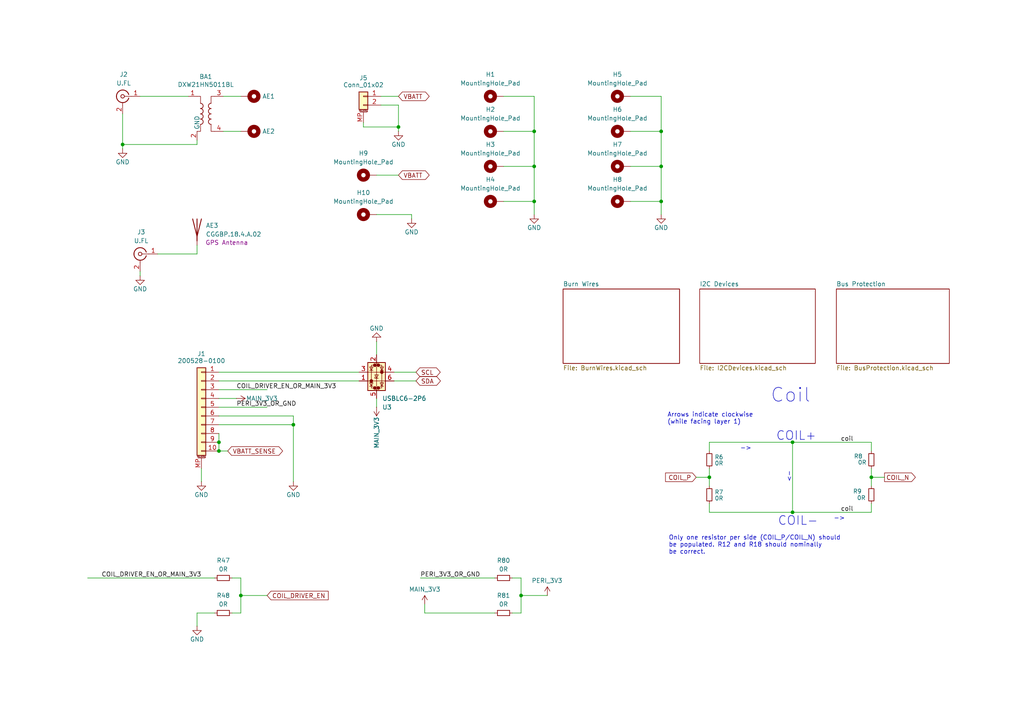
<source format=kicad_sch>
(kicad_sch (version 20231120) (generator "eeschema") (generator_version "8.0")
  (paper "A4")
  (lib_symbols
    (symbol "Argus-Passives:ATB2012"
      (property "Reference" "U" (at 0 10.795 0))
      (property "Value" "ATB2012" (at 0 8.4836 0))
      (symbol "ATB2012_1_1"
        (arc (start -1.524 -3.048) (mid -0.7653 -2.286) (end -1.524 -1.524) (stroke (width 0.2032)))
        (arc (start -1.524 -1.524) (mid -0.7653 -0.762) (end -1.524 0) (stroke (width 0.2032)))
        (arc (start -1.524 0) (mid -0.7653 0.762) (end -1.524 1.524) (stroke (width 0.2032)))
        (arc (start -1.524 1.524) (mid -0.7653 2.286) (end -1.524 3.048) (stroke (width 0.2032)))
        (polyline (pts (xy -2.54 5.08) (xy -1.524 5.08) (xy -1.524 3.048)) (stroke (width 0.1524)))
        (polyline (pts (xy -1.524 -3.048) (xy -1.524 -5.08) (xy -2.54 -5.08)) (stroke (width 0.1524)))
        (polyline (pts (xy 1.524 3.048) (xy 1.524 5.08) (xy 2.54 5.08)) (stroke (width 0.1524)))
        (polyline (pts (xy 2.54 -5.08) (xy 1.524 -5.08) (xy 1.524 -3.048)) (stroke (width 0.1524)))
        (arc (start 1.524 -1.524) (mid 0.7653 -2.286) (end 1.524 -3.048) (stroke (width 0.2032)))
        (arc (start 1.524 0) (mid 0.7653 -0.762) (end 1.524 -1.524) (stroke (width 0.2032)))
        (arc (start 1.524 1.524) (mid 0.7653 0.762) (end 1.524 0) (stroke (width 0.2032)))
        (arc (start 1.524 3.048) (mid 0.7653 2.286) (end 1.524 1.524) (stroke (width 0.2032)))
        (pin passive line (at -5.08 5.08 0) (length 2.54) (name "~") (number "1"))
        (pin power_in line (at -2.54 -7.62 90) (length 2.54) (name "GND") (number "2"))
        (pin passive line (at 5.08 5.08 180) (length 2.54) (name "~") (number "3"))
        (pin passive line (at 5.08 -5.08 180) (length 2.54) (name "~") (number "4"))
      )
    )
    (symbol "Argus-Passives:Antenna" (pin_numbers hide) (pin_names (offset 1.016) hide)
      (property "Reference" "AE" (at -1.905 1.905 0))
      (property "Value" "Antenna" (at -1.905 0 0))
      (symbol "Antenna_0_1"
        (polyline (pts (xy 0 2.54) (xy 0 -3.81)) (stroke (width 0.254)))
        (polyline (pts (xy 1.27 2.54) (xy 0 -2.54) (xy -1.27 2.54)) (stroke (width 0.254)))
      )
      (symbol "Antenna_1_1"
        (pin input line (at 0 -5.08 90) (length 2.54) (name "A") (number "1"))
      )
    )
    (symbol "Connector:Conn_Coaxial" (pin_names (offset 1.016) hide)
      (property "Reference" "J" (at 0.254 3.048 0))
      (property "Value" "Conn_Coaxial" (at 2.921 0 90))
      (symbol "Conn_Coaxial_0_1"
        (arc (start -1.778 -0.508) (mid 0.2311 -1.8066) (end 1.778 0) (stroke (width 0.254)))
        (polyline (pts (xy -2.54 0) (xy -0.508 0)))
        (polyline (pts (xy 0 -2.54) (xy 0 -1.778)))
        (circle (center 0 0) (radius 0.508) (stroke (width 0.2032)))
        (arc (start 1.778 0) (mid 0.2099 1.8101) (end -1.778 0.508) (stroke (width 0.254)))
      )
      (symbol "Conn_Coaxial_1_1"
        (pin passive line (at -5.08 0 0) (length 2.54) (name "In") (number "1"))
        (pin passive line (at 0 -5.08 90) (length 2.54) (name "Ext") (number "2"))
      )
    )
    (symbol "Connector_Generic_MountingPin:Conn_01x02_MountingPin" (pin_names (offset 1.016) hide)
      (property "Reference" "J" (at 0 2.54 0))
      (property "Value" "Conn_01x02_MountingPin" (at 1.27 -5.08 0))
      (symbol "Conn_01x02_MountingPin_1_1"
        (rectangle (start -1.27 -2.413) (end 0 -2.667) (stroke (width 0.1524)))
        (rectangle (start -1.27 0.127) (end 0 -0.127) (stroke (width 0.1524)))
        (rectangle (start -1.27 1.27) (end 1.27 -3.81) (stroke (width 0.254)) (fill (type background)))
        (polyline (pts (xy -1.016 -4.572) (xy 1.016 -4.572)) (stroke (width 0.1524)))
        (text "Mounting" (at 0 -4.191 0) (effects (font (size 0.381 0.381))))
        (pin passive line (at -5.08 0 0) (length 3.81) (name "Pin_1") (number "1"))
        (pin passive line (at -5.08 -2.54 0) (length 3.81) (name "Pin_2") (number "2"))
        (pin passive line (at 0 -7.62 90) (length 3.048) (name "MountPin") (number "MP"))
      )
    )
    (symbol "Connector_Generic_MountingPin:Conn_01x10_MountingPin" (pin_names (offset 1.016) hide)
      (property "Reference" "J" (at 0 12.7 0))
      (property "Value" "Conn_01x10_MountingPin" (at 1.27 -15.24 0))
      (symbol "Conn_01x10_MountingPin_1_1"
        (rectangle (start -1.27 -12.573) (end 0 -12.827) (stroke (width 0.1524)))
        (rectangle (start -1.27 -10.033) (end 0 -10.287) (stroke (width 0.1524)))
        (rectangle (start -1.27 -7.493) (end 0 -7.747) (stroke (width 0.1524)))
        (rectangle (start -1.27 -4.953) (end 0 -5.207) (stroke (width 0.1524)))
        (rectangle (start -1.27 -2.413) (end 0 -2.667) (stroke (width 0.1524)))
        (rectangle (start -1.27 0.127) (end 0 -0.127) (stroke (width 0.1524)))
        (rectangle (start -1.27 2.667) (end 0 2.413) (stroke (width 0.1524)))
        (rectangle (start -1.27 5.207) (end 0 4.953) (stroke (width 0.1524)))
        (rectangle (start -1.27 7.747) (end 0 7.493) (stroke (width 0.1524)))
        (rectangle (start -1.27 10.287) (end 0 10.033) (stroke (width 0.1524)))
        (rectangle (start -1.27 11.43) (end 1.27 -13.97) (stroke (width 0.254)) (fill (type background)))
        (polyline (pts (xy -1.016 -14.732) (xy 1.016 -14.732)) (stroke (width 0.1524)))
        (text "Mounting" (at 0 -14.351 0) (effects (font (size 0.381 0.381))))
        (pin passive line (at -5.08 10.16 0) (length 3.81) (name "Pin_1") (number "1"))
        (pin passive line (at -5.08 -12.7 0) (length 3.81) (name "Pin_10") (number "10"))
        (pin passive line (at -5.08 7.62 0) (length 3.81) (name "Pin_2") (number "2"))
        (pin passive line (at -5.08 5.08 0) (length 3.81) (name "Pin_3") (number "3"))
        (pin passive line (at -5.08 2.54 0) (length 3.81) (name "Pin_4") (number "4"))
        (pin passive line (at -5.08 0 0) (length 3.81) (name "Pin_5") (number "5"))
        (pin passive line (at -5.08 -2.54 0) (length 3.81) (name "Pin_6") (number "6"))
        (pin passive line (at -5.08 -5.08 0) (length 3.81) (name "Pin_7") (number "7"))
        (pin passive line (at -5.08 -7.62 0) (length 3.81) (name "Pin_8") (number "8"))
        (pin passive line (at -5.08 -10.16 0) (length 3.81) (name "Pin_9") (number "9"))
        (pin passive line (at 0 -17.78 90) (length 3.048) (name "MountPin") (number "MP"))
      )
    )
    (symbol "Device:R_Small" (pin_numbers hide) (pin_names (offset 0.254) hide)
      (property "Reference" "R" (at 0.762 0.508 0))
      (property "Value" "R_Small" (at 0.762 -1.016 0))
      (symbol "R_Small_0_1"
        (rectangle (start -0.762 1.778) (end 0.762 -1.778) (stroke (width 0.2032)))
      )
      (symbol "R_Small_1_1"
        (pin passive line (at 0 2.54 270) (length 0.762) (name "~") (number "1"))
        (pin passive line (at 0 -2.54 90) (length 0.762) (name "~") (number "2"))
      )
    )
    (symbol "Mechanical:MountingHole_Pad" (pin_numbers hide) (pin_names (offset 1.016) hide) (exclude_from_sim yes) (in_bom no)
      (property "Reference" "H" (at 0 6.35 0))
      (property "Value" "MountingHole_Pad" (at 0 4.445 0))
      (symbol "MountingHole_Pad_0_1"
        (circle (center 0 1.27) (radius 1.27) (stroke (width 1.27)))
      )
      (symbol "MountingHole_Pad_1_1"
        (pin input line (at 0 -2.54 90) (length 2.54) (name "1") (number "1"))
      )
    )
    (symbol "Power_Protection:USBLC6-2P6" (pin_names hide)
      (property "Reference" "U" (at 0.635 5.715 0))
      (property "Value" "USBLC6-2P6" (at 0.635 3.81 0))
      (symbol "USBLC6-2P6_0_0"
        (circle (center -1.524 0) (radius 0.0001) (stroke (width 0.508)))
        (circle (center -0.508 -4.572) (radius 0.0001) (stroke (width 0.508)))
        (circle (center -0.508 2.032) (radius 0.0001) (stroke (width 0.508)))
        (circle (center 0.508 -4.572) (radius 0.0001) (stroke (width 0.508)))
        (circle (center 0.508 2.032) (radius 0.0001) (stroke (width 0.508)))
        (circle (center 1.524 -2.54) (radius 0.0001) (stroke (width 0.508)))
      )
      (symbol "USBLC6-2P6_0_1"
        (polyline (pts (xy -2.54 -2.54) (xy 2.54 -2.54)))
        (polyline (pts (xy -2.54 0) (xy 2.54 0)))
        (polyline (pts (xy -2.032 -3.048) (xy -1.016 -3.048)))
        (polyline (pts (xy -1.016 1.524) (xy -2.032 1.524)))
        (polyline (pts (xy 1.016 -3.048) (xy 2.032 -3.048)))
        (polyline (pts (xy 1.016 1.524) (xy 2.032 1.524)))
        (polyline (pts (xy -0.508 -1.143) (xy -0.508 -0.762) (xy 0.508 -0.762)))
        (polyline (pts (xy -2.032 0.508) (xy -1.016 0.508) (xy -1.524 1.524) (xy -2.032 0.508)))
        (polyline (pts (xy -1.016 -4.064) (xy -2.032 -4.064) (xy -1.524 -3.048) (xy -1.016 -4.064)))
        (polyline (pts (xy 0.508 -1.778) (xy -0.508 -1.778) (xy 0 -0.762) (xy 0.508 -1.778)))
        (polyline (pts (xy 2.032 -4.064) (xy 1.016 -4.064) (xy 1.524 -3.048) (xy 2.032 -4.064)))
        (polyline (pts (xy 2.032 0.508) (xy 1.016 0.508) (xy 1.524 1.524) (xy 2.032 0.508)))
        (polyline (pts (xy 0 2.54) (xy -0.508 2.032) (xy 0.508 2.032) (xy 0 1.524) (xy 0 -4.064) (xy -0.508 -4.572) (xy 0.508 -4.572) (xy 0 -5.08)))
      )
      (symbol "USBLC6-2P6_1_1"
        (rectangle (start -2.54 2.794) (end 2.54 -5.334) (stroke (width 0.254)) (fill (type background)))
        (polyline (pts (xy -0.508 2.032) (xy -1.524 2.032) (xy -1.524 -4.572) (xy -0.508 -4.572)))
        (polyline (pts (xy 0.508 -4.572) (xy 1.524 -4.572) (xy 1.524 2.032) (xy 0.508 2.032)))
        (pin passive line (at -5.08 0 0) (length 2.54) (name "I/O1") (number "1"))
        (pin passive line (at 0 -7.62 90) (length 2.54) (name "GND") (number "2"))
        (pin passive line (at -5.08 -2.54 0) (length 2.54) (name "I/O2") (number "3"))
        (pin passive line (at 5.08 -2.54 180) (length 2.54) (name "I/O2") (number "4"))
        (pin passive line (at 0 5.08 270) (length 2.54) (name "VBUS") (number "5"))
        (pin passive line (at 5.08 0 180) (length 2.54) (name "I/O1") (number "6"))
      )
    )
    (symbol "power:+3.3V" (power) (pin_numbers hide) (pin_names (offset 0) hide)
      (property "Value" "+3.3V" (at 0 3.556 0))
      (symbol "+3.3V_0_1"
        (polyline (pts (xy -0.762 1.27) (xy 0 2.54)))
        (polyline (pts (xy 0 0) (xy 0 2.54)))
        (polyline (pts (xy 0 2.54) (xy 0.762 1.27)))
      )
      (symbol "+3.3V_1_1"
        (pin power_in line (at 0 0 90) (length 0) (name "~") (number "1"))
      )
    )
    (symbol "power:GND" (power) (pin_numbers hide) (pin_names (offset 0) hide)
      (property "Value" "GND" (at 0 -3.81 0))
      (symbol "GND_0_1"
        (polyline (pts (xy 0 0) (xy 0 -1.27) (xy 1.27 -1.27) (xy 0 -2.54) (xy -1.27 -1.27) (xy 0 -1.27)))
      )
      (symbol "GND_1_1"
        (pin power_in line (at 0 0 270) (length 0) (name "~") (number "1"))
      )
    )
  )
  (junction (at 191.77 58.42))
  (junction (at 85.09 123.19))
  (junction (at 229.87 128.27))
  (junction (at 63.5 130.81))
  (junction (at 252.73 138.43))
  (junction (at 115.57 36.83))
  (junction (at 154.94 58.42))
  (junction (at 35.56 41.91))
  (junction (at 191.77 38.1))
  (junction (at 151.13 172.72))
  (junction (at 229.87 148.59))
  (junction (at 63.5 128.27))
  (junction (at 154.94 48.26))
  (junction (at 191.77 48.26))
  (junction (at 69.85 172.72))
  (junction (at 154.94 38.1))
  (junction (at 205.74 138.43))
  (wire (pts (xy 154.94 27.94) (xy 146.05 27.94)))
  (wire (pts (xy 63.5 130.81) (xy 66.04 130.81)))
  (wire (pts (xy 115.57 36.83) (xy 115.57 38.1)))
  (wire (pts (xy 148.59 167.64) (xy 151.13 167.64)))
  (wire (pts (xy 63.5 128.27) (xy 63.5 130.81)))
  (wire (pts (xy 105.41 35.56) (xy 105.41 36.83)))
  (wire (pts (xy 119.38 62.23) (xy 119.38 63.5)))
  (wire (pts (xy 191.77 58.42) (xy 191.77 62.23)))
  (wire (pts (xy 25.4 167.64) (xy 62.23 167.64)))
  (wire (pts (xy 110.49 30.48) (xy 115.57 30.48)))
  (wire (pts (xy 146.05 48.26) (xy 154.94 48.26)))
  (wire (pts (xy 62.23 177.8) (xy 57.15 177.8)))
  (wire (pts (xy 115.57 50.8) (xy 109.22 50.8)))
  (wire (pts (xy 154.94 58.42) (xy 154.94 62.23)))
  (wire (pts (xy 182.88 38.1) (xy 191.77 38.1)))
  (wire (pts (xy 151.13 172.72) (xy 151.13 177.8)))
  (wire (pts (xy 57.15 73.66) (xy 57.15 71.12)))
  (wire (pts (xy 229.87 148.59) (xy 252.73 148.59)))
  (wire (pts (xy 85.09 120.65) (xy 85.09 123.19)))
  (wire (pts (xy 252.73 128.27) (xy 252.73 130.81)))
  (wire (pts (xy 191.77 48.26) (xy 191.77 38.1)))
  (wire (pts (xy 69.85 172.72) (xy 77.47 172.72)))
  (wire (pts (xy 229.87 128.27) (xy 252.73 128.27)))
  (wire (pts (xy 40.64 27.94) (xy 54.61 27.94)))
  (wire (pts (xy 151.13 167.64) (xy 151.13 172.72)))
  (wire (pts (xy 105.41 36.83) (xy 115.57 36.83)))
  (wire (pts (xy 123.19 177.8) (xy 143.51 177.8)))
  (wire (pts (xy 121.92 167.64) (xy 143.51 167.64)))
  (wire (pts (xy 40.64 78.74) (xy 40.64 80.01)))
  (wire (pts (xy 205.74 128.27) (xy 205.74 130.81)))
  (wire (pts (xy 109.22 62.23) (xy 119.38 62.23)))
  (wire (pts (xy 67.31 167.64) (xy 69.85 167.64)))
  (wire (pts (xy 63.5 120.65) (xy 85.09 120.65)))
  (wire (pts (xy 45.72 73.66) (xy 57.15 73.66)))
  (wire (pts (xy 109.22 118.11) (xy 109.22 115.57)))
  (wire (pts (xy 69.85 172.72) (xy 69.85 177.8)))
  (wire (pts (xy 114.3 107.95) (xy 120.65 107.95)))
  (wire (pts (xy 182.88 48.26) (xy 191.77 48.26)))
  (wire (pts (xy 146.05 38.1) (xy 154.94 38.1)))
  (wire (pts (xy 35.56 33.02) (xy 35.56 41.91)))
  (wire (pts (xy 115.57 30.48) (xy 115.57 36.83)))
  (wire (pts (xy 154.94 48.26) (xy 154.94 38.1)))
  (wire (pts (xy 205.74 135.89) (xy 205.74 138.43)))
  (wire (pts (xy 205.74 146.05) (xy 205.74 148.59)))
  (wire (pts (xy 256.54 138.43) (xy 252.73 138.43)))
  (wire (pts (xy 252.73 135.89) (xy 252.73 138.43)))
  (wire (pts (xy 205.74 148.59) (xy 229.87 148.59)))
  (wire (pts (xy 151.13 172.72) (xy 158.75 172.72)))
  (wire (pts (xy 123.19 175.26) (xy 123.19 177.8)))
  (wire (pts (xy 63.5 118.11) (xy 77.47 118.11)))
  (wire (pts (xy 252.73 138.43) (xy 252.73 140.97)))
  (wire (pts (xy 151.13 177.8) (xy 148.59 177.8)))
  (wire (pts (xy 68.58 115.57) (xy 63.5 115.57)))
  (wire (pts (xy 69.85 177.8) (xy 67.31 177.8)))
  (wire (pts (xy 201.93 138.43) (xy 205.74 138.43)))
  (wire (pts (xy 205.74 138.43) (xy 205.74 140.97)))
  (wire (pts (xy 57.15 41.91) (xy 57.15 40.64)))
  (wire (pts (xy 85.09 139.7) (xy 85.09 123.19)))
  (wire (pts (xy 205.74 128.27) (xy 229.87 128.27)))
  (wire (pts (xy 35.56 41.91) (xy 57.15 41.91)))
  (wire (pts (xy 57.15 177.8) (xy 57.15 181.61)))
  (wire (pts (xy 191.77 38.1) (xy 191.77 27.94)))
  (wire (pts (xy 252.73 146.05) (xy 252.73 148.59)))
  (wire (pts (xy 63.5 110.49) (xy 104.14 110.49)))
  (wire (pts (xy 191.77 58.42) (xy 191.77 48.26)))
  (wire (pts (xy 58.42 139.7) (xy 58.42 135.89)))
  (wire (pts (xy 63.5 123.19) (xy 85.09 123.19)))
  (wire (pts (xy 114.3 110.49) (xy 120.65 110.49)))
  (wire (pts (xy 69.85 167.64) (xy 69.85 172.72)))
  (wire (pts (xy 63.5 125.73) (xy 63.5 128.27)))
  (wire (pts (xy 191.77 27.94) (xy 182.88 27.94)))
  (wire (pts (xy 63.5 107.95) (xy 104.14 107.95)))
  (wire (pts (xy 64.77 38.1) (xy 69.85 38.1)))
  (wire (pts (xy 109.22 102.87) (xy 109.22 99.06)))
  (wire (pts (xy 154.94 58.42) (xy 154.94 48.26)))
  (wire (pts (xy 182.88 58.42) (xy 191.77 58.42)))
  (wire (pts (xy 64.77 27.94) (xy 69.85 27.94)))
  (wire (pts (xy 229.87 128.27) (xy 229.87 148.59)))
  (wire (pts (xy 63.5 113.03) (xy 77.47 113.03)))
  (wire (pts (xy 154.94 38.1) (xy 154.94 27.94)))
  (wire (pts (xy 146.05 58.42) (xy 154.94 58.42)))
  (wire (pts (xy 35.56 41.91) (xy 35.56 43.18)))
  (wire (pts (xy 110.49 27.94) (xy 115.57 27.94)))
  (text "->" (at 245.11 151.13 0) (effects (font (size 1.27 1.27)) (justify right bottom)))
  (text "COIL+" (at 225.044 128.016 0) (effects (font (size 2.54 2.54)) (justify left bottom)))
  (text "Arrows indicate clockwise\n(while facing layer 1)" (at 193.548 123.19 0) (effects (font (size 1.27 1.27)) (justify left bottom)))
  (text "Coil" (at 223.393 117.094 0) (effects (font (size 4 4)) (justify left bottom)))
  (text "Only one resistor per side (COIL_P/COIL_N) should \nbe populated. R12 and R18 should nominally \nbe correct." (at 193.929 160.909 0) (effects (font (size 1.27 1.27)) (justify left bottom)))
  (text "COIL-" (at 225.552 152.654 0) (effects (font (size 2.54 2.54)) (justify left bottom)))
  (text "<-" (at 229.616 139.954 90) (effects (font (size 1.27 1.27)) (justify left bottom)))
  (text "->" (at 214.63 130.81 0) (effects (font (size 1.27 1.27)) (justify left bottom)))
  (label "COIL_DRIVER_EN_OR_MAIN_3V3" (at 58.42 167.64 180))
  (label "PERI_3V3_OR_GND" (at 68.58 118.11 0))
  (label "coil" (at 243.84 128.27 0))
  (label "PERI_3V3_OR_GND" (at 121.92 167.64 0))
  (label "COIL_DRIVER_EN_OR_MAIN_3V3" (at 68.58 113.03 0))
  (label "coil" (at 243.84 148.59 0))
  (global_label "COIL_P" (shape input) (at 201.93 138.43 180) (property "Intersheetrefs" "${INTERSHEET_REFS}" (effects (hide yes))))
  (global_label "VBATT_SENSE" (shape bidirectional) (at 66.04 130.81 0) (property "Intersheetrefs" "${INTERSHEET_REFS}" (effects (hide yes))))
  (global_label "VBATT" (shape bidirectional) (at 115.57 50.8 0) (property "Intersheetrefs" "${INTERSHEET_REFS}" (effects (hide yes))))
  (global_label "COIL_DRIVER_EN" (shape input) (at 77.47 172.72 0) (property "Intersheetrefs" "${INTERSHEET_REFS}" (effects (hide yes))))
  (global_label "COIL_N" (shape output) (at 256.54 138.43 0) (property "Intersheetrefs" "${INTERSHEET_REFS}" (effects (hide yes))))
  (global_label "VBATT" (shape bidirectional) (at 115.57 27.94 0) (property "Intersheetrefs" "${INTERSHEET_REFS}" (effects (hide yes))))
  (global_label "SCL" (shape bidirectional) (at 120.65 107.95 0) (property "Intersheetrefs" "${INTERSHEET_REFS}" (effects (hide yes))))
  (global_label "SDA" (shape bidirectional) (at 120.65 110.49 0) (property "Intersheetrefs" "${INTERSHEET_REFS}" (effects (hide yes))))
  (symbol (lib_id "Device:R_Small") (at 146.05 167.64 90) (unit 1)
    (property "Reference" "R80" (at 146.05 162.56 90))
    (property "Value" "0R" (at 146.05 165.1 90))
    (property "Footprint" "Resistor_SMD:R_0603_1608Metric" (effects (hide yes)))
    (property "Description" "Resistor, small symbol" (effects (hide yes)))
  )
  (symbol (lib_id "Connector:Conn_Coaxial") (at 40.64 73.66 0) (mirror y) (unit 1)
    (property "Reference" "J3" (at 40.9574 67.31 0))
    (property "Value" "U.FL" (at 40.9574 69.85 0))
    (property "Footprint" "Connector_Coaxial:U.FL_Hirose_U.FL-R-SMT-1_Vertical" (effects (hide yes)))
    (property "Description" "coaxial connector (BNC, SMA, SMB, SMC, Cinch/RCA, LEMO, ...)" (effects (hide yes)))
  )
  (symbol (lib_id "Device:R_Small") (at 64.77 177.8 90) (unit 1)
    (property "Reference" "R48" (at 64.77 172.72 90))
    (property "Value" "0R" (at 64.77 175.26 90))
    (property "Footprint" "Resistor_SMD:R_0603_1608Metric" (effects (hide yes)))
    (property "Description" "Resistor, small symbol" (effects (hide yes)))
  )
  (symbol (lib_id "Device:R_Small") (at 205.74 143.51 180) (unit 1)
    (property "Reference" "R7" (at 207.264 142.748 0) (effects (font (size 1.2 1.2)) (justify right)))
    (property "Value" "0R" (at 207.264 144.526 0) (effects (font (size 1.2 1.2)) (justify right)))
    (property "Footprint" "Resistor_SMD:R_0603_1608Metric" (effects (hide yes)))
    (property "Description" "Resistor, small symbol" (effects (hide yes)))
  )
  (symbol (lib_id "Power_Protection:USBLC6-2P6") (at 109.22 110.49 0) (mirror x) (unit 1)
    (property "Reference" "U3" (at 110.8711 118.11 0) (effects (justify left)))
    (property "Value" "USBLC6-2P6" (at 110.8711 115.57 0) (effects (justify left)))
    (property "Footprint" "Package_TO_SOT_SMD:SOT-666" (effects (hide yes)))
    (property "Datasheet" "https://www.st.com/resource/en/datasheet/usblc6-2.pdf" (effects (hide yes)))
    (property "Description" "Very low capacitance ESD protection diode, 2 data-line, SOT-666" (effects (hide yes)))
  )
  (symbol (lib_id "power:GND") (at 40.64 80.01 0) (unit 1)
    (property "Reference" "#PWR025" (effects (hide yes)))
    (property "Value" "GND" (at 40.64 83.82 0))
    (property "Description" "Power symbol creates a global label with name \"GND\" , ground" (effects (hide yes)))
  )
  (symbol (lib_id "Mechanical:MountingHole_Pad") (at 143.51 38.1 90) (unit 1) (exclude_from_sim yes) (in_bom no)
    (property "Reference" "H2" (at 142.24 31.75 90))
    (property "Value" "MountingHole_Pad" (at 142.24 34.29 90))
    (property "Footprint" "Argus-Miscellaneous:MountingHole_3.2mm_M3_DIN965_Pad_TopBottom" (effects (hide yes)))
    (property "Description" "Mounting Hole with connection" (effects (hide yes)))
  )
  (symbol (lib_id "Connector:Conn_Coaxial") (at 35.56 27.94 0) (mirror y) (unit 1)
    (property "Reference" "J2" (at 35.8774 21.59 0))
    (property "Value" "U.FL" (at 35.8774 24.13 0))
    (property "Footprint" "Connector_Coaxial:U.FL_Hirose_U.FL-R-SMT-1_Vertical" (effects (hide yes)))
    (property "Description" "coaxial connector (BNC, SMA, SMB, SMC, Cinch/RCA, LEMO, ...)" (effects (hide yes)))
  )
  (symbol (lib_id "Mechanical:MountingHole_Pad") (at 143.51 48.26 90) (unit 1) (exclude_from_sim yes) (in_bom no)
    (property "Reference" "H3" (at 142.24 41.91 90))
    (property "Value" "MountingHole_Pad" (at 142.24 44.45 90))
    (property "Footprint" "Argus-Miscellaneous:MountingHole_3.2mm_M3_DIN965_Pad_TopBottom" (effects (hide yes)))
    (property "Description" "Mounting Hole with connection" (effects (hide yes)))
  )
  (symbol (lib_id "power:GND") (at 119.38 63.5 0) (unit 1)
    (property "Reference" "#PWR052" (effects (hide yes)))
    (property "Value" "GND" (at 119.38 67.31 0))
    (property "Description" "Power symbol creates a global label with name \"GND\" , ground" (effects (hide yes)))
  )
  (symbol (lib_id "Device:R_Small") (at 146.05 177.8 90) (unit 1)
    (property "Reference" "R81" (at 146.05 172.72 90))
    (property "Value" "0R" (at 146.05 175.26 90))
    (property "Footprint" "Resistor_SMD:R_0603_1608Metric" (effects (hide yes)))
    (property "Description" "Resistor, small symbol" (effects (hide yes)))
  )
  (symbol (lib_id "power:GND") (at 191.77 62.23 0) (unit 1)
    (property "Reference" "#PWR05" (effects (hide yes)))
    (property "Value" "GND" (at 191.77 66.04 0))
    (property "Description" "Power symbol creates a global label with name \"GND\" , ground" (effects (hide yes)))
  )
  (symbol (lib_id "Mechanical:MountingHole_Pad") (at 72.39 38.1 270) (unit 1) (in_bom no)
    (property "Reference" "AE2" (at 76.073 38.1 90) (effects (justify left)))
    (property "Value" "MountingHole_Pad" (effects (hide yes)))
    (property "Footprint" "Argus-Miscellaneous:Antenna Mount v2" (effects (hide yes)))
  )
  (symbol (lib_id "power:GND") (at 85.09 139.7 0) (unit 1)
    (property "Reference" "#PWR07" (effects (hide yes)))
    (property "Value" "GND" (at 85.09 143.51 0))
    (property "Description" "Power symbol creates a global label with name \"GND\" , ground" (effects (hide yes)))
  )
  (symbol (lib_id "power:GND") (at 154.94 62.23 0) (unit 1)
    (property "Reference" "#PWR04" (effects (hide yes)))
    (property "Value" "GND" (at 154.94 66.04 0))
    (property "Description" "Power symbol creates a global label with name \"GND\" , ground" (effects (hide yes)))
  )
  (symbol (lib_id "power:+3.3V") (at 68.58 115.57 270) (mirror x) (unit 1)
    (property "Reference" "#SUPPLY01" (effects (hide yes)))
    (property "Value" "MAIN_3V3" (at 71.374 115.57 90) (effects (justify left)))
    (property "Description" "Power symbol creates a global label with name \"+3.3V\"" (effects (hide yes)))
  )
  (symbol (lib_id "power:+3.3V") (at 123.19 175.26 0) (unit 1)
    (property "Reference" "#SUPPLY018" (effects (hide yes)))
    (property "Value" "MAIN_3V3" (at 118.618 170.942 0) (effects (justify left)))
    (property "Description" "Power symbol creates a global label with name \"+3.3V\"" (effects (hide yes)))
  )
  (symbol (lib_id "Mechanical:MountingHole_Pad") (at 180.34 58.42 90) (unit 1) (exclude_from_sim yes) (in_bom no)
    (property "Reference" "H8" (at 179.07 52.07 90))
    (property "Value" "MountingHole_Pad" (at 179.07 54.61 90))
    (property "Footprint" "Argus-Miscellaneous:MountingHole_3.2mm_M3_DIN965_Pad_TopBottom" (effects (hide yes)))
    (property "Description" "Mounting Hole with connection" (effects (hide yes)))
  )
  (symbol (lib_id "Mechanical:MountingHole_Pad") (at 106.68 62.23 90) (unit 1) (exclude_from_sim yes) (in_bom no)
    (property "Reference" "H10" (at 105.41 55.88 90))
    (property "Value" "MountingHole_Pad" (at 105.41 58.42 90))
    (property "Footprint" "Argus-Connectors:20AWG Through Hole" (effects (hide yes)))
    (property "Description" "Mounting Hole with connection" (effects (hide yes)))
  )
  (symbol (lib_id "Argus-Passives:Antenna") (at 57.15 66.04 0) (unit 1)
    (property "Reference" "AE3" (at 59.69 65.4049 0) (effects (justify left)))
    (property "Value" "CGGBP.18.4.A.02" (at 59.69 67.9449 0) (effects (justify left)))
    (property "Footprint" "Argus-Miscellaneous:ANT_CGGBP.18.4.A.02_TAL" (effects (hide yes)))
    (property "Description" "Antenna" (effects (hide yes)))
    (property "Field5" "GPS Antenna" (at 65.786 70.358 0))
  )
  (symbol (lib_id "Mechanical:MountingHole_Pad") (at 106.68 50.8 90) (unit 1) (exclude_from_sim yes) (in_bom no)
    (property "Reference" "H9" (at 105.41 44.45 90))
    (property "Value" "MountingHole_Pad" (at 105.41 46.99 90))
    (property "Footprint" "Argus-Connectors:20AWG Through Hole" (effects (hide yes)))
    (property "Description" "Mounting Hole with connection" (effects (hide yes)))
  )
  (symbol (lib_id "Mechanical:MountingHole_Pad") (at 143.51 27.94 90) (unit 1) (exclude_from_sim yes) (in_bom no)
    (property "Reference" "H1" (at 142.24 21.59 90))
    (property "Value" "MountingHole_Pad" (at 142.24 24.13 90))
    (property "Footprint" "Argus-Miscellaneous:MountingHole_3.2mm_M3_DIN965_Pad_TopBottom" (effects (hide yes)))
    (property "Description" "Mounting Hole with connection" (effects (hide yes)))
  )
  (symbol (lib_id "Connector_Generic_MountingPin:Conn_01x10_MountingPin") (at 58.42 118.11 0) (mirror y) (unit 1)
    (property "Reference" "J1" (at 58.42 102.616 0))
    (property "Value" "200528-0100" (at 58.42 104.648 0))
    (property "Footprint" "Argus-Connectors:Molex_200528-0100_1x10-1MP_P1.00mm_Horizontal" (effects (hide yes)))
    (property "Description" "Generic connectable mounting pin connector, single row, 01x10, script generated (kicad-library-utils/schlib/autogen/connector/)" (effects (hide yes)))
  )
  (symbol (lib_id "power:GND") (at 58.42 139.7 0) (unit 1)
    (property "Reference" "#PWR06" (effects (hide yes)))
    (property "Value" "GND" (at 58.42 143.51 0))
    (property "Description" "Power symbol creates a global label with name \"GND\" , ground" (effects (hide yes)))
  )
  (symbol (lib_id "Device:R_Small") (at 252.73 133.35 180) (unit 1)
    (property "Reference" "R8" (at 247.65 132.334 0) (effects (font (size 1.2 1.2)) (justify right)))
    (property "Value" "0R" (at 248.793 134.112 0) (effects (font (size 1.2 1.2)) (justify right)))
    (property "Footprint" "Resistor_SMD:R_0603_1608Metric" (effects (hide yes)))
    (property "Description" "Resistor, small symbol" (effects (hide yes)))
  )
  (symbol (lib_id "Mechanical:MountingHole_Pad") (at 72.39 27.94 270) (unit 1) (in_bom no)
    (property "Reference" "AE1" (at 76.073 27.94 90) (effects (justify left)))
    (property "Value" "MountingHole_Pad" (effects (hide yes)))
    (property "Footprint" "Argus-Miscellaneous:Antenna Mount v2" (effects (hide yes)))
  )
  (symbol (lib_id "power:+3.3V") (at 158.75 172.72 0) (unit 1)
    (property "Reference" "#SUPPLY019" (effects (hide yes)))
    (property "Value" "PERI_3V3" (at 154.178 168.402 0) (effects (justify left)))
    (property "Description" "Power symbol creates a global label with name \"+3.3V\"" (effects (hide yes)))
  )
  (symbol (lib_id "Device:R_Small") (at 64.77 167.64 90) (unit 1)
    (property "Reference" "R47" (at 64.77 162.56 90))
    (property "Value" "0R" (at 64.77 165.1 90))
    (property "Footprint" "Resistor_SMD:R_0603_1608Metric" (effects (hide yes)))
    (property "Description" "Resistor, small symbol" (effects (hide yes)))
  )
  (symbol (lib_id "Mechanical:MountingHole_Pad") (at 143.51 58.42 90) (unit 1) (exclude_from_sim yes) (in_bom no)
    (property "Reference" "H4" (at 142.24 52.07 90))
    (property "Value" "MountingHole_Pad" (at 142.24 54.61 90))
    (property "Footprint" "Argus-Miscellaneous:MountingHole_3.2mm_M3_DIN965_Pad_TopBottom" (effects (hide yes)))
    (property "Description" "Mounting Hole with connection" (effects (hide yes)))
  )
  (symbol (lib_id "power:+3.3V") (at 109.22 118.11 180) (unit 1)
    (property "Reference" "#SUPPLY02" (effects (hide yes)))
    (property "Value" "MAIN_3V3" (at 109.22 120.904 90) (effects (justify left)))
    (property "Description" "Power symbol creates a global label with name \"+3.3V\"" (effects (hide yes)))
  )
  (symbol (lib_id "power:GND") (at 109.22 99.06 180) (unit 1)
    (property "Reference" "#PWR028" (effects (hide yes)))
    (property "Value" "GND" (at 109.22 95.25 0))
    (property "Description" "Power symbol creates a global label with name \"GND\" , ground" (effects (hide yes)))
  )
  (symbol (lib_id "Device:R_Small") (at 205.74 133.35 180) (unit 1)
    (property "Reference" "R6" (at 207.264 132.588 0) (effects (font (size 1.2 1.2)) (justify right)))
    (property "Value" "0R" (at 207.264 134.366 0) (effects (font (size 1.2 1.2)) (justify right)))
    (property "Footprint" "Resistor_SMD:R_0603_1608Metric" (effects (hide yes)))
    (property "Description" "Resistor, small symbol" (effects (hide yes)))
  )
  (symbol (lib_id "Device:R_Small") (at 252.73 143.51 180) (unit 1)
    (property "Reference" "R9" (at 247.396 142.494 0) (effects (font (size 1.2 1.2)) (justify right)))
    (property "Value" "0R" (at 248.539 144.399 0) (effects (font (size 1.2 1.2)) (justify right)))
    (property "Footprint" "Resistor_SMD:R_0603_1608Metric" (effects (hide yes)))
    (property "Description" "Resistor, small symbol" (effects (hide yes)))
  )
  (symbol (lib_id "Argus-Passives:ATB2012") (at 59.69 33.02 0) (unit 1)
    (property "Reference" "BA1" (at 59.69 22.225 0))
    (property "Value" "DXW21HN5011BL" (at 59.69 24.5364 0))
    (property "Footprint" "Argus-Passives:ATB2012" (effects (hide yes)))
    (property "Datasheet" "https://www.johansontechnology.com/datasheets/0868BM15C0001/0868BM15C0001.pdf" (effects (hide yes)))
  )
  (symbol (lib_id "Mechanical:MountingHole_Pad") (at 180.34 48.26 90) (unit 1) (exclude_from_sim yes) (in_bom no)
    (property "Reference" "H7" (at 179.07 41.91 90))
    (property "Value" "MountingHole_Pad" (at 179.07 44.45 90))
    (property "Footprint" "Argus-Miscellaneous:MountingHole_3.2mm_M3_DIN965_Pad_TopBottom" (effects (hide yes)))
    (property "Description" "Mounting Hole with connection" (effects (hide yes)))
  )
  (symbol (lib_id "Mechanical:MountingHole_Pad") (at 180.34 27.94 90) (unit 1) (exclude_from_sim yes) (in_bom no)
    (property "Reference" "H5" (at 179.07 21.59 90))
    (property "Value" "MountingHole_Pad" (at 179.07 24.13 90))
    (property "Footprint" "Argus-Miscellaneous:MountingHole_3.2mm_M3_DIN965_Pad_TopBottom" (effects (hide yes)))
    (property "Description" "Mounting Hole with connection" (effects (hide yes)))
  )
  (symbol (lib_id "power:GND") (at 35.56 43.18 0) (unit 1)
    (property "Reference" "#PWR026" (effects (hide yes)))
    (property "Value" "GND" (at 35.56 46.99 0))
    (property "Description" "Power symbol creates a global label with name \"GND\" , ground" (effects (hide yes)))
  )
  (symbol (lib_id "Mechanical:MountingHole_Pad") (at 180.34 38.1 90) (unit 1) (exclude_from_sim yes) (in_bom no)
    (property "Reference" "H6" (at 179.07 31.75 90))
    (property "Value" "MountingHole_Pad" (at 179.07 34.29 90))
    (property "Footprint" "Argus-Miscellaneous:MountingHole_3.2mm_M3_DIN965_Pad_TopBottom" (effects (hide yes)))
    (property "Description" "Mounting Hole with connection" (effects (hide yes)))
  )
  (symbol (lib_id "Connector_Generic_MountingPin:Conn_01x02_MountingPin") (at 105.41 27.94 0) (mirror y) (unit 1)
    (property "Reference" "J5" (at 105.41 22.606 0))
    (property "Value" "Conn_01x02" (at 105.41 24.638 0))
    (property "Footprint" "Connector_JST:JST_PH_S2B-PH-SM4-TB_1x02-1MP_P2.00mm_Horizontal" (effects (hide yes)))
    (property "Description" "Generic connectable mounting pin connector, single row, 01x02, script generated (kicad-library-utils/schlib/autogen/connector/)" (effects (hide yes)))
  )
  (symbol (lib_id "power:GND") (at 57.15 181.61 0) (mirror y) (unit 1)
    (property "Reference" "#PWR053" (effects (hide yes)))
    (property "Value" "GND" (at 57.15 185.42 0))
    (property "Description" "Power symbol creates a global label with name \"GND\" , ground" (effects (hide yes)))
  )
  (symbol (lib_id "power:GND") (at 115.57 38.1 0) (unit 1)
    (property "Reference" "#PWR042" (effects (hide yes)))
    (property "Value" "GND" (at 115.57 41.91 0))
    (property "Description" "Power symbol creates a global label with name \"GND\" , ground" (effects (hide yes)))
  )
  (sheet (at 202.946 83.82) (size 33.528 21.59) (stroke (width 0.1524))
    (property "Sheetname" "I2C Devices" (at 202.946 83.1084 0) (effects (justify left bottom)))
    (property "Sheetfile" "I2CDevices.kicad_sch" (at 202.946 105.9946 0) (effects (justify left top)))
  )
  (sheet (at 163.322 83.82) (size 33.782 21.59) (stroke (width 0.1524))
    (property "Sheetname" "Burn Wires" (at 163.322 83.1084 0) (effects (justify left bottom)))
    (property "Sheetfile" "BurnWires.kicad_sch" (at 163.322 105.9946 0) (effects (justify left top)))
  )
  (sheet (at 242.57 83.82) (size 32.766 21.59) (stroke (width 0.1524))
    (property "Sheetname" "Bus Protection" (at 242.57 83.1084 0) (effects (justify left bottom)))
    (property "Sheetfile" "BusProtection.kicad_sch" (at 242.57 105.9946 0) (effects (justify left top)))
  )
)
</source>
